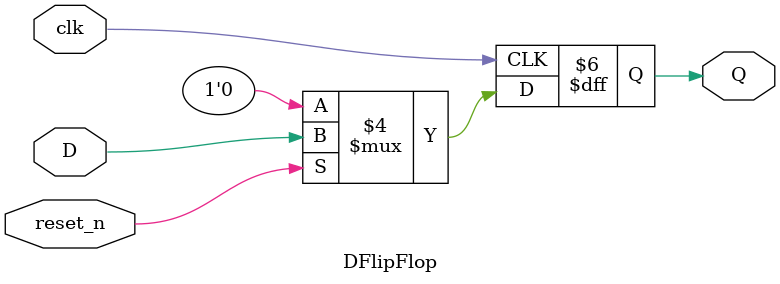
<source format=v>
module Shifter_demo(SW, KEY, LEDR);
	input [9:0] SW;
	input [3:0] KEY;
	output [7:0] LEDR;

	Shifter s0(
		.Q(LEDR[7:0]),
		.LoadVal(SW[7:0]),
		.Load_n(KEY[1]),
		.ShiftRight(KEY[2]),
		.ASR(KEY[3]),
		.clk(KEY[0]),
		.reset_n(SW[9])
	);

endmodule


module Shifter(Q, LoadVal, Load_n, ShiftRight, ASR, clk, reset_n);
	input [7:0] LoadVal;
	input Load_n, ShiftRight, ASR, clk, reset_n;
	output [7:0] Q;

	wire connect; 

	mux2to1 m0(
		.x(ASR),
		.y(Q[7]),
		.s(ASR),
		.m(connect)
	);

	ShifterBit s7(
		.out(Q[7]),
		.in(connect),
		.load_val(LoadVal[7]),
		.shift(ShiftRight),
		.load_n(Load_n),
		.clk(clk),
		.reset_n(reset_n)
	);

	ShifterBit s6(
		.out(Q[6]),
		.in(Q[7]),
		.load_val(LoadVal[6]),
		.shift(ShiftRight),
		.load_n(Load_n),
		.clk(clk),
		.reset_n(reset_n)
	);

	ShifterBit s5(
		.out(Q[5]),
		.in(Q[6]),
		.load_val(LoadVal[5]),
		.shift(ShiftRight),
		.load_n(Load_n),
		.clk(clk),
		.reset_n(reset_n)
	);

	ShifterBit s4(
		.out(Q[4]),
		.in(Q[5]),
		.load_val(LoadVal[4]),
		.shift(ShiftRight),
		.load_n(Load_n),
		.clk(clk),
		.reset_n(reset_n)
	);

	ShifterBit s3(
		.out(Q[3]),
		.in(Q[4]),
		.load_val(LoadVal[3]),
		.shift(ShiftRight),
		.load_n(Load_n),
		.clk(clk),
		.reset_n(reset_n)
	);

	ShifterBit s2(
		.out(Q[2]),
		.in(Q[3]),
		.load_val(LoadVal[2]),
		.shift(ShiftRight),
		.load_n(Load_n),
		.clk(clk),
		.reset_n(reset_n)
	);

	ShifterBit s1(
		.out(Q[1]),
		.in(Q[2]),
		.load_val(LoadVal[1]),
		.shift(ShiftRight),
		.load_n(Load_n),
		.clk(clk),
		.reset_n(reset_n)
	);

	ShifterBit s0(
		.out(Q[0]),
		.in(Q[1]),
		.load_val(LoadVal[0]),
		.shift(ShiftRight),
		.load_n(Load_n),
		.clk(clk),
		.reset_n(reset_n)
	);

endmodule 


module ShifterBit(out, in, shift, load_val, load_n, clk, reset_n);
	input in, shift, load_val, load_n, clk, reset_n;
	output out;
	wire mux_mux, mux_flipflop;
	
	mux2to1 m0(
		.x(out),
		.y(in),
		.s(shift),
		.m(mux_mux)
	);

	mux2to1 m1(
		.x(load_val),
		.y(mux_mux),
		.s(load_n),
		.m(mux_flipflop)
	);

	DFlipFlop f0(
		.D(mux_flipflop),
		.reset_n(reset_n),
		.clk(clk),
		.Q(out)
		);

endmodule 


module mux2to1(x, y, s, m);
	input x, y, s;
	output m;
	
	assign m = x & ~s | y & s;

endmodule


module DFlipFlop(D, reset_n, clk, Q);
	input D, reset_n, clk;
	output Q;
	reg Q;
	
	always @(posedge clk)
	begin
		if(reset_n == 1'b0)
			Q <= 0;
		else 
			Q <= D;
	end

endmodule



</source>
